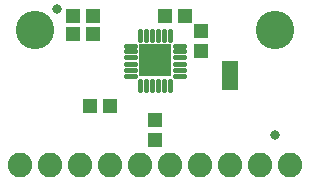
<source format=gbr>
G04 EAGLE Gerber RS-274X export*
G75*
%MOMM*%
%FSLAX34Y34*%
%LPD*%
%INSoldermask Top*%
%IPPOS*%
%AMOC8*
5,1,8,0,0,1.08239X$1,22.5*%
G01*
%ADD10C,3.251200*%
%ADD11R,1.203200X1.303200*%
%ADD12R,1.303200X1.203200*%
%ADD13C,0.838200*%
%ADD14C,0.457200*%
%ADD15R,2.819400X2.819400*%
%ADD16R,1.473200X0.838200*%
%ADD17C,2.082800*%


D10*
X228600Y127000D03*
X25400Y127000D03*
D11*
X127254Y50918D03*
X127254Y33918D03*
D12*
X135518Y139192D03*
X152518Y139192D03*
D11*
X166370Y109356D03*
X166370Y126356D03*
D12*
X89018Y63246D03*
X72018Y63246D03*
D13*
X44450Y145288D03*
X228600Y38100D03*
D12*
X74540Y139192D03*
X57540Y139192D03*
X74540Y123952D03*
X57540Y123952D03*
D14*
X114333Y126226D02*
X114333Y118606D01*
X119379Y118606D02*
X119379Y126226D01*
X124425Y126226D02*
X124425Y118606D01*
X129775Y118606D02*
X129775Y126226D01*
X134796Y126226D02*
X134796Y118606D01*
X139867Y118606D02*
X139867Y126226D01*
X114333Y84194D02*
X114333Y76574D01*
X119379Y76574D02*
X119379Y84194D01*
X124425Y84194D02*
X124425Y76574D01*
X129775Y76574D02*
X129775Y84194D01*
X134796Y84194D02*
X134796Y76574D01*
X139867Y76574D02*
X139867Y84194D01*
X144052Y88633D02*
X151672Y88633D01*
X151672Y93679D02*
X144052Y93679D01*
X144052Y98725D02*
X151672Y98725D01*
X151672Y104075D02*
X144052Y104075D01*
X144052Y109096D02*
X151672Y109096D01*
X151672Y114167D02*
X144052Y114167D01*
X110148Y88633D02*
X102528Y88633D01*
X102528Y93679D02*
X110148Y93679D01*
X110148Y98725D02*
X102528Y98725D01*
X102528Y104075D02*
X110148Y104075D01*
X110148Y109096D02*
X102528Y109096D01*
X102528Y114167D02*
X110148Y114167D01*
D15*
X127200Y101500D03*
D16*
X190500Y97028D03*
X190500Y88900D03*
X190500Y80772D03*
D17*
X12700Y12700D03*
X38100Y12700D03*
X63500Y12700D03*
X88900Y12700D03*
X114300Y12700D03*
X139700Y12700D03*
X165100Y12700D03*
X190500Y12700D03*
X215900Y12700D03*
X241300Y12700D03*
M02*

</source>
